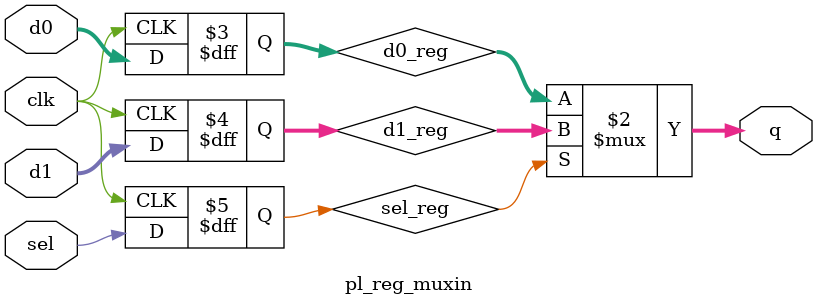
<source format=sv>
module pl_reg_muxin #(parameter W=4) (
    input clk, sel,
    input [W-1:0] d0, d1,
    output [W-1:0] q
);
    reg [W-1:0] d0_reg, d1_reg;
    reg sel_reg;
    
    always @(posedge clk) begin
        d0_reg <= d0;
        d1_reg <= d1;
        sel_reg <= sel;
    end
    
    assign q = sel_reg ? d1_reg : d0_reg;
endmodule
</source>
